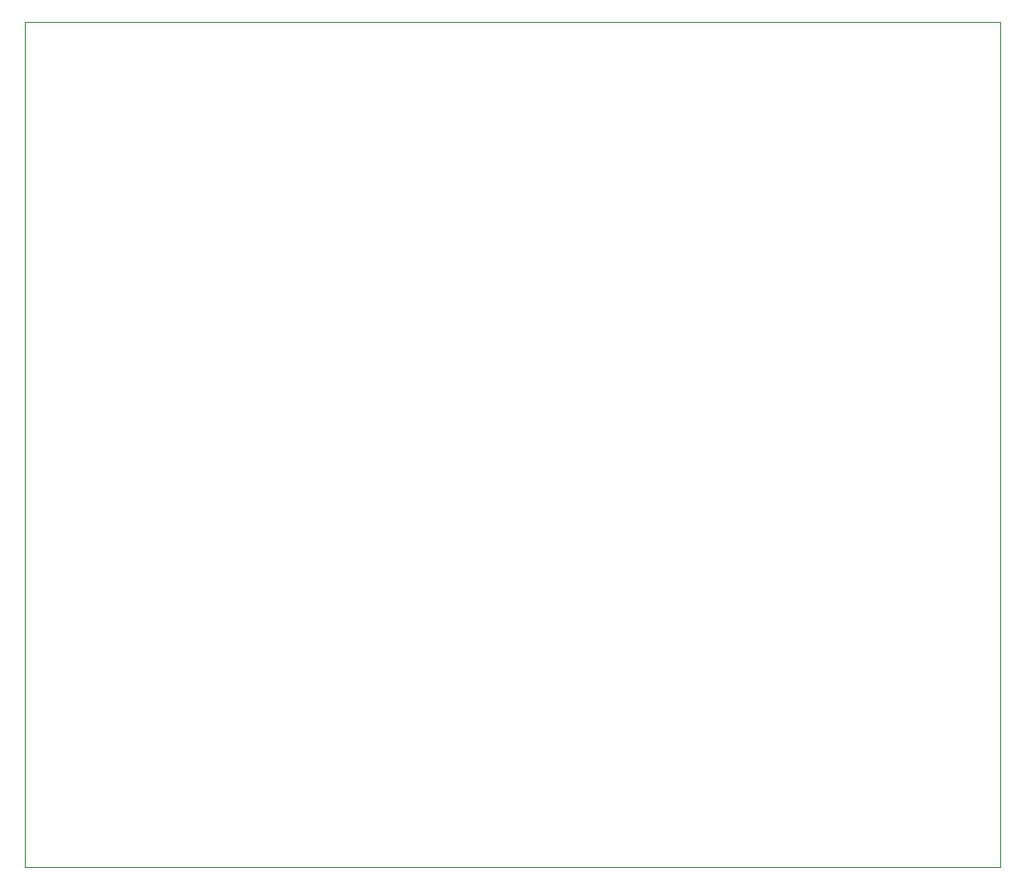
<source format=gbr>
%TF.GenerationSoftware,KiCad,Pcbnew,8.0.4+dfsg-1*%
%TF.CreationDate,2024-12-19T01:42:38-05:00*%
%TF.ProjectId,VGA_SRAM_COMP,5647415f-5352-4414-9d5f-434f4d502e6b,rev?*%
%TF.SameCoordinates,Original*%
%TF.FileFunction,Profile,NP*%
%FSLAX46Y46*%
G04 Gerber Fmt 4.6, Leading zero omitted, Abs format (unit mm)*
G04 Created by KiCad (PCBNEW 8.0.4+dfsg-1) date 2024-12-19 01:42:38*
%MOMM*%
%LPD*%
G01*
G04 APERTURE LIST*
%TA.AperFunction,Profile*%
%ADD10C,0.050000*%
%TD*%
G04 APERTURE END LIST*
D10*
X143500000Y-132000000D02*
X135000000Y-132000000D01*
X143500000Y-57000000D02*
X143500000Y-132000000D01*
X135000000Y-57000000D02*
X143500000Y-57000000D01*
X135000000Y-132000000D02*
X57000000Y-132000000D01*
X57000000Y-57000000D02*
X135000000Y-57000000D01*
X57000000Y-132000000D02*
X57000000Y-57000000D01*
M02*

</source>
